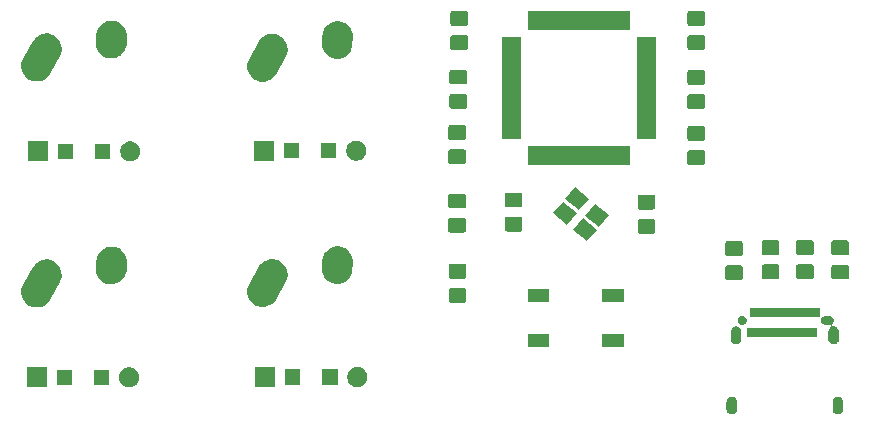
<source format=gts>
G04 #@! TF.GenerationSoftware,KiCad,Pcbnew,5.1.4*
G04 #@! TF.CreationDate,2019-08-23T15:49:18-05:00*
G04 #@! TF.ProjectId,first_keyboard,66697273-745f-46b6-9579-626f6172642e,rev?*
G04 #@! TF.SameCoordinates,Original*
G04 #@! TF.FileFunction,Soldermask,Top*
G04 #@! TF.FilePolarity,Negative*
%FSLAX46Y46*%
G04 Gerber Fmt 4.6, Leading zero omitted, Abs format (unit mm)*
G04 Created by KiCad (PCBNEW 5.1.4) date 2019-08-23 15:49:18*
%MOMM*%
%LPD*%
G04 APERTURE LIST*
%ADD10C,0.100000*%
G04 APERTURE END LIST*
D10*
G36*
X153004659Y-114595525D02*
G01*
X153089675Y-114621314D01*
X153168024Y-114663193D01*
X153236699Y-114719552D01*
X153293057Y-114788225D01*
X153334936Y-114866574D01*
X153360725Y-114951590D01*
X153367250Y-115017842D01*
X153367250Y-115662158D01*
X153360725Y-115728410D01*
X153334936Y-115813426D01*
X153293057Y-115891775D01*
X153236699Y-115960449D01*
X153168025Y-116016807D01*
X153089676Y-116058686D01*
X153004660Y-116084475D01*
X152916250Y-116093182D01*
X152827841Y-116084475D01*
X152742825Y-116058686D01*
X152664476Y-116016807D01*
X152595802Y-115960449D01*
X152539445Y-115891776D01*
X152497563Y-115813423D01*
X152471775Y-115728410D01*
X152465250Y-115662158D01*
X152465250Y-115017843D01*
X152471775Y-114951591D01*
X152497564Y-114866575D01*
X152539443Y-114788226D01*
X152595802Y-114719551D01*
X152664475Y-114663193D01*
X152742824Y-114621314D01*
X152827840Y-114595525D01*
X152916250Y-114586818D01*
X153004659Y-114595525D01*
X153004659Y-114595525D01*
G37*
G36*
X161984659Y-114595525D02*
G01*
X162069675Y-114621314D01*
X162148024Y-114663193D01*
X162216699Y-114719552D01*
X162273057Y-114788225D01*
X162314936Y-114866574D01*
X162340725Y-114951590D01*
X162347250Y-115017842D01*
X162347250Y-115662158D01*
X162340725Y-115728410D01*
X162314936Y-115813426D01*
X162273057Y-115891775D01*
X162216699Y-115960449D01*
X162148025Y-116016807D01*
X162069676Y-116058686D01*
X161984660Y-116084475D01*
X161896250Y-116093182D01*
X161807841Y-116084475D01*
X161722825Y-116058686D01*
X161644476Y-116016807D01*
X161575802Y-115960449D01*
X161519445Y-115891776D01*
X161477563Y-115813423D01*
X161451775Y-115728410D01*
X161445250Y-115662158D01*
X161445250Y-115017843D01*
X161451775Y-114951591D01*
X161477564Y-114866575D01*
X161519443Y-114788226D01*
X161575802Y-114719551D01*
X161644475Y-114663193D01*
X161722824Y-114621314D01*
X161807840Y-114595525D01*
X161896250Y-114586818D01*
X161984659Y-114595525D01*
X161984659Y-114595525D01*
G37*
G36*
X94938500Y-113819750D02*
G01*
X93236500Y-113819750D01*
X93236500Y-112117750D01*
X94938500Y-112117750D01*
X94938500Y-113819750D01*
X94938500Y-113819750D01*
G37*
G36*
X102135728Y-112150453D02*
G01*
X102290600Y-112214603D01*
X102429981Y-112307735D01*
X102548515Y-112426269D01*
X102641647Y-112565650D01*
X102705797Y-112720522D01*
X102738500Y-112884934D01*
X102738500Y-113052566D01*
X102705797Y-113216978D01*
X102641647Y-113371850D01*
X102548515Y-113511231D01*
X102429981Y-113629765D01*
X102290600Y-113722897D01*
X102135728Y-113787047D01*
X101971316Y-113819750D01*
X101803684Y-113819750D01*
X101639272Y-113787047D01*
X101484400Y-113722897D01*
X101345019Y-113629765D01*
X101226485Y-113511231D01*
X101133353Y-113371850D01*
X101069203Y-113216978D01*
X101036500Y-113052566D01*
X101036500Y-112884934D01*
X101069203Y-112720522D01*
X101133353Y-112565650D01*
X101226485Y-112426269D01*
X101345019Y-112307735D01*
X101484400Y-112214603D01*
X101639272Y-112150453D01*
X101803684Y-112117750D01*
X101971316Y-112117750D01*
X102135728Y-112150453D01*
X102135728Y-112150453D01*
G37*
G36*
X114257250Y-113788500D02*
G01*
X112555250Y-113788500D01*
X112555250Y-112086500D01*
X114257250Y-112086500D01*
X114257250Y-113788500D01*
X114257250Y-113788500D01*
G37*
G36*
X121454478Y-112119203D02*
G01*
X121609350Y-112183353D01*
X121748731Y-112276485D01*
X121867265Y-112395019D01*
X121960397Y-112534400D01*
X122024547Y-112689272D01*
X122057250Y-112853684D01*
X122057250Y-113021316D01*
X122024547Y-113185728D01*
X121960397Y-113340600D01*
X121867265Y-113479981D01*
X121748731Y-113598515D01*
X121609350Y-113691647D01*
X121454478Y-113755797D01*
X121290066Y-113788500D01*
X121122434Y-113788500D01*
X120958022Y-113755797D01*
X120803150Y-113691647D01*
X120663769Y-113598515D01*
X120545235Y-113479981D01*
X120452103Y-113340600D01*
X120387953Y-113185728D01*
X120355250Y-113021316D01*
X120355250Y-112853684D01*
X120387953Y-112689272D01*
X120452103Y-112534400D01*
X120545235Y-112395019D01*
X120663769Y-112276485D01*
X120803150Y-112183353D01*
X120958022Y-112119203D01*
X121122434Y-112086500D01*
X121290066Y-112086500D01*
X121454478Y-112119203D01*
X121454478Y-112119203D01*
G37*
G36*
X97063500Y-113619750D02*
G01*
X95761500Y-113619750D01*
X95761500Y-112317750D01*
X97063500Y-112317750D01*
X97063500Y-113619750D01*
X97063500Y-113619750D01*
G37*
G36*
X100213500Y-113619750D02*
G01*
X98911500Y-113619750D01*
X98911500Y-112317750D01*
X100213500Y-112317750D01*
X100213500Y-113619750D01*
X100213500Y-113619750D01*
G37*
G36*
X116382250Y-113588500D02*
G01*
X115080250Y-113588500D01*
X115080250Y-112286500D01*
X116382250Y-112286500D01*
X116382250Y-113588500D01*
X116382250Y-113588500D01*
G37*
G36*
X119532250Y-113588500D02*
G01*
X118230250Y-113588500D01*
X118230250Y-112286500D01*
X119532250Y-112286500D01*
X119532250Y-113588500D01*
X119532250Y-113588500D01*
G37*
G36*
X137451000Y-110401000D02*
G01*
X135649000Y-110401000D01*
X135649000Y-109299000D01*
X137451000Y-109299000D01*
X137451000Y-110401000D01*
X137451000Y-110401000D01*
G37*
G36*
X143751000Y-110401000D02*
G01*
X141949000Y-110401000D01*
X141949000Y-109299000D01*
X143751000Y-109299000D01*
X143751000Y-110401000D01*
X143751000Y-110401000D01*
G37*
G36*
X161229960Y-107769440D02*
G01*
X161300835Y-107790940D01*
X161366154Y-107825854D01*
X161423409Y-107872841D01*
X161470396Y-107930096D01*
X161505310Y-107995415D01*
X161526810Y-108066290D01*
X161534069Y-108140000D01*
X161526810Y-108213710D01*
X161505310Y-108284585D01*
X161470396Y-108349904D01*
X161423409Y-108407158D01*
X161408547Y-108419355D01*
X161391220Y-108436682D01*
X161377606Y-108457056D01*
X161368229Y-108479695D01*
X161363448Y-108503728D01*
X161363448Y-108528232D01*
X161368228Y-108552265D01*
X161377605Y-108574904D01*
X161391219Y-108595279D01*
X161408546Y-108612606D01*
X161428920Y-108626220D01*
X161451559Y-108635597D01*
X161475592Y-108640378D01*
X161500096Y-108640378D01*
X161536249Y-108636818D01*
X161536250Y-108636818D01*
X161544957Y-108637676D01*
X161624659Y-108645525D01*
X161709675Y-108671314D01*
X161788024Y-108713193D01*
X161856699Y-108769552D01*
X161913057Y-108838225D01*
X161954936Y-108916574D01*
X161980725Y-109001590D01*
X161987250Y-109067842D01*
X161987250Y-109712158D01*
X161980725Y-109778410D01*
X161954936Y-109863426D01*
X161913057Y-109941775D01*
X161856699Y-110010449D01*
X161788025Y-110066807D01*
X161709676Y-110108686D01*
X161624660Y-110134475D01*
X161536250Y-110143182D01*
X161447841Y-110134475D01*
X161362825Y-110108686D01*
X161284476Y-110066807D01*
X161215802Y-110010449D01*
X161159445Y-109941776D01*
X161117563Y-109863423D01*
X161091775Y-109778410D01*
X161085250Y-109712158D01*
X161085250Y-109067843D01*
X161091775Y-109001591D01*
X161117564Y-108916575D01*
X161159443Y-108838226D01*
X161215802Y-108769551D01*
X161254704Y-108737625D01*
X161272031Y-108720298D01*
X161285645Y-108699923D01*
X161295022Y-108677285D01*
X161299803Y-108653251D01*
X161299803Y-108628747D01*
X161295023Y-108604714D01*
X161285645Y-108582075D01*
X161272032Y-108561701D01*
X161254705Y-108544374D01*
X161234330Y-108530760D01*
X161211692Y-108521383D01*
X161187658Y-108516602D01*
X161175406Y-108516000D01*
X160837778Y-108516000D01*
X160782540Y-108510560D01*
X160711665Y-108489060D01*
X160646346Y-108454146D01*
X160589091Y-108407159D01*
X160542104Y-108349904D01*
X160507190Y-108284585D01*
X160485690Y-108213710D01*
X160478431Y-108140000D01*
X160485690Y-108066293D01*
X160492973Y-108042284D01*
X160497753Y-108018250D01*
X160497753Y-107993746D01*
X160492972Y-107969713D01*
X160483595Y-107947074D01*
X160472186Y-107930000D01*
X160482249Y-107930991D01*
X160506635Y-107928589D01*
X160530084Y-107921476D01*
X160551695Y-107909925D01*
X160570637Y-107894380D01*
X160578875Y-107885290D01*
X160589091Y-107872841D01*
X160646346Y-107825854D01*
X160711665Y-107790940D01*
X160782540Y-107769440D01*
X160837778Y-107764000D01*
X161174722Y-107764000D01*
X161229960Y-107769440D01*
X161229960Y-107769440D01*
G37*
G36*
X153364659Y-108645525D02*
G01*
X153449675Y-108671314D01*
X153528024Y-108713193D01*
X153596699Y-108769552D01*
X153653057Y-108838225D01*
X153694936Y-108916574D01*
X153720725Y-109001590D01*
X153727250Y-109067842D01*
X153727250Y-109712158D01*
X153720725Y-109778410D01*
X153694936Y-109863426D01*
X153653057Y-109941775D01*
X153596699Y-110010449D01*
X153528025Y-110066807D01*
X153449676Y-110108686D01*
X153364660Y-110134475D01*
X153276250Y-110143182D01*
X153187841Y-110134475D01*
X153102825Y-110108686D01*
X153024476Y-110066807D01*
X152955802Y-110010449D01*
X152899445Y-109941776D01*
X152857563Y-109863423D01*
X152831775Y-109778410D01*
X152825250Y-109712158D01*
X152825250Y-109067843D01*
X152831775Y-109001591D01*
X152857564Y-108916575D01*
X152899443Y-108838226D01*
X152955802Y-108769551D01*
X153024475Y-108713193D01*
X153102824Y-108671314D01*
X153187840Y-108645525D01*
X153276250Y-108636818D01*
X153364659Y-108645525D01*
X153364659Y-108645525D01*
G37*
G36*
X160107250Y-109581000D02*
G01*
X154205250Y-109581000D01*
X154205250Y-108779000D01*
X160107250Y-108779000D01*
X160107250Y-109581000D01*
X160107250Y-109581000D01*
G37*
G36*
X153915922Y-107778449D02*
G01*
X153915924Y-107778450D01*
X153915925Y-107778450D01*
X153984353Y-107806793D01*
X154045936Y-107847942D01*
X154098308Y-107900314D01*
X154139457Y-107961897D01*
X154167800Y-108030325D01*
X154167801Y-108030328D01*
X154182250Y-108102966D01*
X154182250Y-108177034D01*
X154174955Y-108213709D01*
X154167800Y-108249675D01*
X154139457Y-108318103D01*
X154098308Y-108379686D01*
X154045936Y-108432058D01*
X153984353Y-108473207D01*
X153915925Y-108501550D01*
X153915924Y-108501550D01*
X153915922Y-108501551D01*
X153843284Y-108516000D01*
X153769216Y-108516000D01*
X153696578Y-108501551D01*
X153696576Y-108501550D01*
X153696575Y-108501550D01*
X153628147Y-108473207D01*
X153566564Y-108432058D01*
X153514192Y-108379686D01*
X153473043Y-108318103D01*
X153444700Y-108249675D01*
X153437546Y-108213709D01*
X153430250Y-108177034D01*
X153430250Y-108102966D01*
X153444699Y-108030328D01*
X153444700Y-108030325D01*
X153473043Y-107961897D01*
X153514192Y-107900314D01*
X153566564Y-107847942D01*
X153628147Y-107806793D01*
X153696575Y-107778450D01*
X153696576Y-107778450D01*
X153696578Y-107778449D01*
X153769216Y-107764000D01*
X153843284Y-107764000D01*
X153915922Y-107778449D01*
X153915922Y-107778449D01*
G37*
G36*
X160357250Y-107805992D02*
G01*
X160359652Y-107830378D01*
X160366765Y-107853827D01*
X160378316Y-107875438D01*
X160384201Y-107882609D01*
X160373356Y-107881000D01*
X154455250Y-107881000D01*
X154455250Y-107079000D01*
X160357250Y-107079000D01*
X160357250Y-107805992D01*
X160357250Y-107805992D01*
G37*
G36*
X95024575Y-102982536D02*
G01*
X95275086Y-103036583D01*
X95408357Y-103094324D01*
X95510239Y-103138465D01*
X95592531Y-103195394D01*
X95720996Y-103284264D01*
X95720998Y-103284266D01*
X95899262Y-103468380D01*
X96038180Y-103683733D01*
X96132419Y-103922054D01*
X96163194Y-104090983D01*
X96178351Y-104174178D01*
X96174213Y-104430419D01*
X96120166Y-104680930D01*
X96043813Y-104857161D01*
X95170846Y-106428799D01*
X95061579Y-106586747D01*
X95061577Y-106586749D01*
X94877463Y-106765013D01*
X94692953Y-106884035D01*
X94662108Y-106903932D01*
X94639546Y-106912853D01*
X94423789Y-106998170D01*
X94244840Y-107030770D01*
X94171665Y-107044102D01*
X93915425Y-107039964D01*
X93664914Y-106985917D01*
X93531643Y-106928176D01*
X93429761Y-106884035D01*
X93318312Y-106806936D01*
X93219004Y-106738236D01*
X93129476Y-106645770D01*
X93040738Y-106554120D01*
X92901820Y-106338767D01*
X92807581Y-106100446D01*
X92774981Y-105921497D01*
X92761649Y-105848322D01*
X92765787Y-105592082D01*
X92819834Y-105341571D01*
X92896187Y-105165340D01*
X93769154Y-103593701D01*
X93878421Y-103435753D01*
X93906618Y-103408452D01*
X94062537Y-103257487D01*
X94277889Y-103118568D01*
X94516210Y-103024330D01*
X94695159Y-102991730D01*
X94768334Y-102978398D01*
X95024575Y-102982536D01*
X95024575Y-102982536D01*
G37*
G36*
X114155825Y-102951286D02*
G01*
X114406336Y-103005333D01*
X114508688Y-103049678D01*
X114641489Y-103107215D01*
X114752938Y-103184314D01*
X114852246Y-103253014D01*
X114852248Y-103253016D01*
X115030512Y-103437130D01*
X115169430Y-103652483D01*
X115263669Y-103890804D01*
X115296269Y-104069753D01*
X115309601Y-104142928D01*
X115305463Y-104399169D01*
X115251416Y-104649680D01*
X115175063Y-104825911D01*
X114302096Y-106397549D01*
X114192829Y-106555497D01*
X114192827Y-106555499D01*
X114008713Y-106733763D01*
X113824203Y-106852785D01*
X113793358Y-106872682D01*
X113770796Y-106881603D01*
X113555039Y-106966920D01*
X113383513Y-106998168D01*
X113302915Y-107012852D01*
X113046675Y-107008714D01*
X112796164Y-106954667D01*
X112662893Y-106896926D01*
X112561011Y-106852785D01*
X112434133Y-106765012D01*
X112350254Y-106706986D01*
X112280653Y-106635101D01*
X112171988Y-106522870D01*
X112033070Y-106307517D01*
X111938831Y-106069196D01*
X111898593Y-105848323D01*
X111892899Y-105817072D01*
X111897037Y-105560832D01*
X111951084Y-105310321D01*
X112027437Y-105134090D01*
X112900404Y-103562451D01*
X113009671Y-103404503D01*
X113031398Y-103383466D01*
X113193787Y-103226237D01*
X113409139Y-103087318D01*
X113647460Y-102993080D01*
X113826409Y-102960480D01*
X113899584Y-102947148D01*
X114155825Y-102951286D01*
X114155825Y-102951286D01*
G37*
G36*
X130288674Y-105403465D02*
G01*
X130326367Y-105414899D01*
X130361103Y-105433466D01*
X130391548Y-105458452D01*
X130416534Y-105488897D01*
X130435101Y-105523633D01*
X130446535Y-105561326D01*
X130451000Y-105606661D01*
X130451000Y-106443339D01*
X130446535Y-106488674D01*
X130435101Y-106526367D01*
X130416534Y-106561103D01*
X130391548Y-106591548D01*
X130361103Y-106616534D01*
X130326367Y-106635101D01*
X130288674Y-106646535D01*
X130243339Y-106651000D01*
X129156661Y-106651000D01*
X129111326Y-106646535D01*
X129073633Y-106635101D01*
X129038897Y-106616534D01*
X129008452Y-106591548D01*
X128983466Y-106561103D01*
X128964899Y-106526367D01*
X128953465Y-106488674D01*
X128949000Y-106443339D01*
X128949000Y-105606661D01*
X128953465Y-105561326D01*
X128964899Y-105523633D01*
X128983466Y-105488897D01*
X129008452Y-105458452D01*
X129038897Y-105433466D01*
X129073633Y-105414899D01*
X129111326Y-105403465D01*
X129156661Y-105399000D01*
X130243339Y-105399000D01*
X130288674Y-105403465D01*
X130288674Y-105403465D01*
G37*
G36*
X137451000Y-106601000D02*
G01*
X135649000Y-106601000D01*
X135649000Y-105499000D01*
X137451000Y-105499000D01*
X137451000Y-106601000D01*
X137451000Y-106601000D01*
G37*
G36*
X143751000Y-106601000D02*
G01*
X141949000Y-106601000D01*
X141949000Y-105499000D01*
X143751000Y-105499000D01*
X143751000Y-106601000D01*
X143751000Y-106601000D01*
G37*
G36*
X100756379Y-101940063D02*
G01*
X100995991Y-102030963D01*
X101163303Y-102135613D01*
X101213265Y-102166863D01*
X101399852Y-102342538D01*
X101511209Y-102498800D01*
X101548580Y-102551240D01*
X101653735Y-102784947D01*
X101653736Y-102784951D01*
X101711276Y-103034678D01*
X101717058Y-103226644D01*
X101707304Y-103369718D01*
X101668916Y-103932821D01*
X101637135Y-104122233D01*
X101546235Y-104361845D01*
X101418207Y-104566534D01*
X101410335Y-104579119D01*
X101234660Y-104765706D01*
X101078398Y-104877063D01*
X101025958Y-104914434D01*
X100792251Y-105019589D01*
X100792247Y-105019590D01*
X100542521Y-105077130D01*
X100286366Y-105084844D01*
X100286362Y-105084844D01*
X100033621Y-105042437D01*
X99794009Y-104951537D01*
X99576735Y-104815637D01*
X99523703Y-104765706D01*
X99390148Y-104639962D01*
X99259710Y-104456925D01*
X99241420Y-104431260D01*
X99136265Y-104197553D01*
X99123679Y-104142928D01*
X99078724Y-103947822D01*
X99072942Y-103755858D01*
X99121084Y-103049678D01*
X99133044Y-102978398D01*
X99152865Y-102860267D01*
X99243765Y-102620655D01*
X99379665Y-102403381D01*
X99399866Y-102381925D01*
X99555340Y-102216794D01*
X99711602Y-102105437D01*
X99764042Y-102068066D01*
X99997749Y-101962911D01*
X99997753Y-101962910D01*
X100247479Y-101905370D01*
X100503634Y-101897656D01*
X100503638Y-101897656D01*
X100756379Y-101940063D01*
X100756379Y-101940063D01*
G37*
G36*
X119887629Y-101908813D02*
G01*
X120127241Y-101999713D01*
X120344515Y-102135613D01*
X120531102Y-102311288D01*
X120621881Y-102438674D01*
X120679830Y-102519990D01*
X120784985Y-102753697D01*
X120784986Y-102753701D01*
X120842526Y-103003428D01*
X120848308Y-103195394D01*
X120836752Y-103364899D01*
X120800166Y-103901571D01*
X120768385Y-104090983D01*
X120677485Y-104330595D01*
X120566533Y-104507983D01*
X120541585Y-104547869D01*
X120365910Y-104734456D01*
X120209648Y-104845813D01*
X120157208Y-104883184D01*
X119923501Y-104988339D01*
X119923497Y-104988340D01*
X119673771Y-105045880D01*
X119417616Y-105053594D01*
X119417612Y-105053594D01*
X119164871Y-105011187D01*
X118925259Y-104920287D01*
X118707985Y-104784387D01*
X118654953Y-104734456D01*
X118521398Y-104608712D01*
X118395414Y-104431925D01*
X118372670Y-104400010D01*
X118267515Y-104166303D01*
X118250160Y-104090983D01*
X118209974Y-103916572D01*
X118204192Y-103724608D01*
X118252334Y-103018428D01*
X118278872Y-102860267D01*
X118284115Y-102829017D01*
X118375015Y-102589405D01*
X118510915Y-102372131D01*
X118528149Y-102353827D01*
X118686590Y-102185544D01*
X118851441Y-102068066D01*
X118895292Y-102036816D01*
X119128999Y-101931661D01*
X119129003Y-101931660D01*
X119378729Y-101874120D01*
X119634884Y-101866406D01*
X119634888Y-101866406D01*
X119887629Y-101908813D01*
X119887629Y-101908813D01*
G37*
G36*
X153688674Y-103478465D02*
G01*
X153726367Y-103489899D01*
X153761103Y-103508466D01*
X153791548Y-103533452D01*
X153816534Y-103563897D01*
X153835101Y-103598633D01*
X153846535Y-103636326D01*
X153851000Y-103681661D01*
X153851000Y-104518339D01*
X153846535Y-104563674D01*
X153835101Y-104601367D01*
X153816534Y-104636103D01*
X153791548Y-104666548D01*
X153761103Y-104691534D01*
X153726367Y-104710101D01*
X153688674Y-104721535D01*
X153643339Y-104726000D01*
X152556661Y-104726000D01*
X152511326Y-104721535D01*
X152473633Y-104710101D01*
X152438897Y-104691534D01*
X152408452Y-104666548D01*
X152383466Y-104636103D01*
X152364899Y-104601367D01*
X152353465Y-104563674D01*
X152349000Y-104518339D01*
X152349000Y-103681661D01*
X152353465Y-103636326D01*
X152364899Y-103598633D01*
X152383466Y-103563897D01*
X152408452Y-103533452D01*
X152438897Y-103508466D01*
X152473633Y-103489899D01*
X152511326Y-103478465D01*
X152556661Y-103474000D01*
X153643339Y-103474000D01*
X153688674Y-103478465D01*
X153688674Y-103478465D01*
G37*
G36*
X162688674Y-103428465D02*
G01*
X162726367Y-103439899D01*
X162761103Y-103458466D01*
X162791548Y-103483452D01*
X162816534Y-103513897D01*
X162835101Y-103548633D01*
X162846535Y-103586326D01*
X162851000Y-103631661D01*
X162851000Y-104468339D01*
X162846535Y-104513674D01*
X162835101Y-104551367D01*
X162816534Y-104586103D01*
X162791548Y-104616548D01*
X162761103Y-104641534D01*
X162726367Y-104660101D01*
X162688674Y-104671535D01*
X162643339Y-104676000D01*
X161556661Y-104676000D01*
X161511326Y-104671535D01*
X161473633Y-104660101D01*
X161438897Y-104641534D01*
X161408452Y-104616548D01*
X161383466Y-104586103D01*
X161364899Y-104551367D01*
X161353465Y-104513674D01*
X161349000Y-104468339D01*
X161349000Y-103631661D01*
X161353465Y-103586326D01*
X161364899Y-103548633D01*
X161383466Y-103513897D01*
X161408452Y-103483452D01*
X161438897Y-103458466D01*
X161473633Y-103439899D01*
X161511326Y-103428465D01*
X161556661Y-103424000D01*
X162643339Y-103424000D01*
X162688674Y-103428465D01*
X162688674Y-103428465D01*
G37*
G36*
X156788674Y-103403465D02*
G01*
X156826367Y-103414899D01*
X156861103Y-103433466D01*
X156891548Y-103458452D01*
X156916534Y-103488897D01*
X156935101Y-103523633D01*
X156946535Y-103561326D01*
X156951000Y-103606661D01*
X156951000Y-104443339D01*
X156946535Y-104488674D01*
X156935101Y-104526367D01*
X156916534Y-104561103D01*
X156891548Y-104591548D01*
X156861103Y-104616534D01*
X156826367Y-104635101D01*
X156788674Y-104646535D01*
X156743339Y-104651000D01*
X155656661Y-104651000D01*
X155611326Y-104646535D01*
X155573633Y-104635101D01*
X155538897Y-104616534D01*
X155508452Y-104591548D01*
X155483466Y-104561103D01*
X155464899Y-104526367D01*
X155453465Y-104488674D01*
X155449000Y-104443339D01*
X155449000Y-103606661D01*
X155453465Y-103561326D01*
X155464899Y-103523633D01*
X155483466Y-103488897D01*
X155508452Y-103458452D01*
X155538897Y-103433466D01*
X155573633Y-103414899D01*
X155611326Y-103403465D01*
X155656661Y-103399000D01*
X156743339Y-103399000D01*
X156788674Y-103403465D01*
X156788674Y-103403465D01*
G37*
G36*
X159688674Y-103403465D02*
G01*
X159726367Y-103414899D01*
X159761103Y-103433466D01*
X159791548Y-103458452D01*
X159816534Y-103488897D01*
X159835101Y-103523633D01*
X159846535Y-103561326D01*
X159851000Y-103606661D01*
X159851000Y-104443339D01*
X159846535Y-104488674D01*
X159835101Y-104526367D01*
X159816534Y-104561103D01*
X159791548Y-104591548D01*
X159761103Y-104616534D01*
X159726367Y-104635101D01*
X159688674Y-104646535D01*
X159643339Y-104651000D01*
X158556661Y-104651000D01*
X158511326Y-104646535D01*
X158473633Y-104635101D01*
X158438897Y-104616534D01*
X158408452Y-104591548D01*
X158383466Y-104561103D01*
X158364899Y-104526367D01*
X158353465Y-104488674D01*
X158349000Y-104443339D01*
X158349000Y-103606661D01*
X158353465Y-103561326D01*
X158364899Y-103523633D01*
X158383466Y-103488897D01*
X158408452Y-103458452D01*
X158438897Y-103433466D01*
X158473633Y-103414899D01*
X158511326Y-103403465D01*
X158556661Y-103399000D01*
X159643339Y-103399000D01*
X159688674Y-103403465D01*
X159688674Y-103403465D01*
G37*
G36*
X130288674Y-103353465D02*
G01*
X130326367Y-103364899D01*
X130361103Y-103383466D01*
X130391548Y-103408452D01*
X130416534Y-103438897D01*
X130435101Y-103473633D01*
X130446535Y-103511326D01*
X130451000Y-103556661D01*
X130451000Y-104393339D01*
X130446535Y-104438674D01*
X130435101Y-104476367D01*
X130416534Y-104511103D01*
X130391548Y-104541548D01*
X130361103Y-104566534D01*
X130326367Y-104585101D01*
X130288674Y-104596535D01*
X130243339Y-104601000D01*
X129156661Y-104601000D01*
X129111326Y-104596535D01*
X129073633Y-104585101D01*
X129038897Y-104566534D01*
X129008452Y-104541548D01*
X128983466Y-104511103D01*
X128964899Y-104476367D01*
X128953465Y-104438674D01*
X128949000Y-104393339D01*
X128949000Y-103556661D01*
X128953465Y-103511326D01*
X128964899Y-103473633D01*
X128983466Y-103438897D01*
X129008452Y-103408452D01*
X129038897Y-103383466D01*
X129073633Y-103364899D01*
X129111326Y-103353465D01*
X129156661Y-103349000D01*
X130243339Y-103349000D01*
X130288674Y-103353465D01*
X130288674Y-103353465D01*
G37*
G36*
X153688674Y-101428465D02*
G01*
X153726367Y-101439899D01*
X153761103Y-101458466D01*
X153791548Y-101483452D01*
X153816534Y-101513897D01*
X153835101Y-101548633D01*
X153846535Y-101586326D01*
X153851000Y-101631661D01*
X153851000Y-102468339D01*
X153846535Y-102513674D01*
X153835101Y-102551367D01*
X153816534Y-102586103D01*
X153791548Y-102616548D01*
X153761103Y-102641534D01*
X153726367Y-102660101D01*
X153688674Y-102671535D01*
X153643339Y-102676000D01*
X152556661Y-102676000D01*
X152511326Y-102671535D01*
X152473633Y-102660101D01*
X152438897Y-102641534D01*
X152408452Y-102616548D01*
X152383466Y-102586103D01*
X152364899Y-102551367D01*
X152353465Y-102513674D01*
X152349000Y-102468339D01*
X152349000Y-101631661D01*
X152353465Y-101586326D01*
X152364899Y-101548633D01*
X152383466Y-101513897D01*
X152408452Y-101483452D01*
X152438897Y-101458466D01*
X152473633Y-101439899D01*
X152511326Y-101428465D01*
X152556661Y-101424000D01*
X153643339Y-101424000D01*
X153688674Y-101428465D01*
X153688674Y-101428465D01*
G37*
G36*
X162688674Y-101378465D02*
G01*
X162726367Y-101389899D01*
X162761103Y-101408466D01*
X162791548Y-101433452D01*
X162816534Y-101463897D01*
X162835101Y-101498633D01*
X162846535Y-101536326D01*
X162851000Y-101581661D01*
X162851000Y-102418339D01*
X162846535Y-102463674D01*
X162835101Y-102501367D01*
X162816534Y-102536103D01*
X162791548Y-102566548D01*
X162761103Y-102591534D01*
X162726367Y-102610101D01*
X162688674Y-102621535D01*
X162643339Y-102626000D01*
X161556661Y-102626000D01*
X161511326Y-102621535D01*
X161473633Y-102610101D01*
X161438897Y-102591534D01*
X161408452Y-102566548D01*
X161383466Y-102536103D01*
X161364899Y-102501367D01*
X161353465Y-102463674D01*
X161349000Y-102418339D01*
X161349000Y-101581661D01*
X161353465Y-101536326D01*
X161364899Y-101498633D01*
X161383466Y-101463897D01*
X161408452Y-101433452D01*
X161438897Y-101408466D01*
X161473633Y-101389899D01*
X161511326Y-101378465D01*
X161556661Y-101374000D01*
X162643339Y-101374000D01*
X162688674Y-101378465D01*
X162688674Y-101378465D01*
G37*
G36*
X156788674Y-101353465D02*
G01*
X156826367Y-101364899D01*
X156861103Y-101383466D01*
X156891548Y-101408452D01*
X156916534Y-101438897D01*
X156935101Y-101473633D01*
X156946535Y-101511326D01*
X156951000Y-101556661D01*
X156951000Y-102393339D01*
X156946535Y-102438674D01*
X156935101Y-102476367D01*
X156916534Y-102511103D01*
X156891548Y-102541548D01*
X156861103Y-102566534D01*
X156826367Y-102585101D01*
X156788674Y-102596535D01*
X156743339Y-102601000D01*
X155656661Y-102601000D01*
X155611326Y-102596535D01*
X155573633Y-102585101D01*
X155538897Y-102566534D01*
X155508452Y-102541548D01*
X155483466Y-102511103D01*
X155464899Y-102476367D01*
X155453465Y-102438674D01*
X155449000Y-102393339D01*
X155449000Y-101556661D01*
X155453465Y-101511326D01*
X155464899Y-101473633D01*
X155483466Y-101438897D01*
X155508452Y-101408452D01*
X155538897Y-101383466D01*
X155573633Y-101364899D01*
X155611326Y-101353465D01*
X155656661Y-101349000D01*
X156743339Y-101349000D01*
X156788674Y-101353465D01*
X156788674Y-101353465D01*
G37*
G36*
X159688674Y-101353465D02*
G01*
X159726367Y-101364899D01*
X159761103Y-101383466D01*
X159791548Y-101408452D01*
X159816534Y-101438897D01*
X159835101Y-101473633D01*
X159846535Y-101511326D01*
X159851000Y-101556661D01*
X159851000Y-102393339D01*
X159846535Y-102438674D01*
X159835101Y-102476367D01*
X159816534Y-102511103D01*
X159791548Y-102541548D01*
X159761103Y-102566534D01*
X159726367Y-102585101D01*
X159688674Y-102596535D01*
X159643339Y-102601000D01*
X158556661Y-102601000D01*
X158511326Y-102596535D01*
X158473633Y-102585101D01*
X158438897Y-102566534D01*
X158408452Y-102541548D01*
X158383466Y-102511103D01*
X158364899Y-102476367D01*
X158353465Y-102438674D01*
X158349000Y-102393339D01*
X158349000Y-101556661D01*
X158353465Y-101511326D01*
X158364899Y-101473633D01*
X158383466Y-101438897D01*
X158408452Y-101408452D01*
X158438897Y-101383466D01*
X158473633Y-101364899D01*
X158511326Y-101353465D01*
X158556661Y-101349000D01*
X159643339Y-101349000D01*
X159688674Y-101353465D01*
X159688674Y-101353465D01*
G37*
G36*
X141478423Y-100465191D02*
G01*
X140641514Y-101462580D01*
X139490915Y-100497113D01*
X140327824Y-99499724D01*
X141478423Y-100465191D01*
X141478423Y-100465191D01*
G37*
G36*
X146276174Y-99558465D02*
G01*
X146313867Y-99569899D01*
X146348603Y-99588466D01*
X146379048Y-99613452D01*
X146404034Y-99643897D01*
X146422601Y-99678633D01*
X146434035Y-99716326D01*
X146438500Y-99761661D01*
X146438500Y-100598339D01*
X146434035Y-100643674D01*
X146422601Y-100681367D01*
X146404034Y-100716103D01*
X146379048Y-100746548D01*
X146348603Y-100771534D01*
X146313867Y-100790101D01*
X146276174Y-100801535D01*
X146230839Y-100806000D01*
X145144161Y-100806000D01*
X145098826Y-100801535D01*
X145061133Y-100790101D01*
X145026397Y-100771534D01*
X144995952Y-100746548D01*
X144970966Y-100716103D01*
X144952399Y-100681367D01*
X144940965Y-100643674D01*
X144936500Y-100598339D01*
X144936500Y-99761661D01*
X144940965Y-99716326D01*
X144952399Y-99678633D01*
X144970966Y-99643897D01*
X144995952Y-99613452D01*
X145026397Y-99588466D01*
X145061133Y-99569899D01*
X145098826Y-99558465D01*
X145144161Y-99554000D01*
X146230839Y-99554000D01*
X146276174Y-99558465D01*
X146276174Y-99558465D01*
G37*
G36*
X130244924Y-99464715D02*
G01*
X130282617Y-99476149D01*
X130317353Y-99494716D01*
X130347798Y-99519702D01*
X130372784Y-99550147D01*
X130391351Y-99584883D01*
X130402785Y-99622576D01*
X130407250Y-99667911D01*
X130407250Y-100504589D01*
X130402785Y-100549924D01*
X130391351Y-100587617D01*
X130372784Y-100622353D01*
X130347798Y-100652798D01*
X130317353Y-100677784D01*
X130282617Y-100696351D01*
X130244924Y-100707785D01*
X130199589Y-100712250D01*
X129112911Y-100712250D01*
X129067576Y-100707785D01*
X129029883Y-100696351D01*
X128995147Y-100677784D01*
X128964702Y-100652798D01*
X128939716Y-100622353D01*
X128921149Y-100587617D01*
X128909715Y-100549924D01*
X128905250Y-100504589D01*
X128905250Y-99667911D01*
X128909715Y-99622576D01*
X128921149Y-99584883D01*
X128939716Y-99550147D01*
X128964702Y-99519702D01*
X128995147Y-99494716D01*
X129029883Y-99476149D01*
X129067576Y-99464715D01*
X129112911Y-99460250D01*
X130199589Y-99460250D01*
X130244924Y-99464715D01*
X130244924Y-99464715D01*
G37*
G36*
X135026174Y-99370965D02*
G01*
X135063867Y-99382399D01*
X135098603Y-99400966D01*
X135129048Y-99425952D01*
X135154034Y-99456397D01*
X135172601Y-99491133D01*
X135184035Y-99528826D01*
X135188500Y-99574161D01*
X135188500Y-100410839D01*
X135184035Y-100456174D01*
X135172601Y-100493867D01*
X135154034Y-100528603D01*
X135129048Y-100559048D01*
X135098603Y-100584034D01*
X135063867Y-100602601D01*
X135026174Y-100614035D01*
X134980839Y-100618500D01*
X133894161Y-100618500D01*
X133848826Y-100614035D01*
X133811133Y-100602601D01*
X133776397Y-100584034D01*
X133745952Y-100559048D01*
X133720966Y-100528603D01*
X133702399Y-100493867D01*
X133690965Y-100456174D01*
X133686500Y-100410839D01*
X133686500Y-99574161D01*
X133690965Y-99528826D01*
X133702399Y-99491133D01*
X133720966Y-99456397D01*
X133745952Y-99425952D01*
X133776397Y-99400966D01*
X133811133Y-99382399D01*
X133848826Y-99370965D01*
X133894161Y-99366500D01*
X134980839Y-99366500D01*
X135026174Y-99370965D01*
X135026174Y-99370965D01*
G37*
G36*
X142506883Y-99239520D02*
G01*
X141669974Y-100236909D01*
X140519375Y-99271442D01*
X141356284Y-98274053D01*
X142506883Y-99239520D01*
X142506883Y-99239520D01*
G37*
G36*
X139793125Y-99051058D02*
G01*
X138956216Y-100048447D01*
X137805617Y-99082980D01*
X138642526Y-98085591D01*
X139793125Y-99051058D01*
X139793125Y-99051058D01*
G37*
G36*
X140821585Y-97825387D02*
G01*
X139984676Y-98822776D01*
X138834077Y-97857309D01*
X139670986Y-96859920D01*
X140821585Y-97825387D01*
X140821585Y-97825387D01*
G37*
G36*
X146276174Y-97508465D02*
G01*
X146313867Y-97519899D01*
X146348603Y-97538466D01*
X146379048Y-97563452D01*
X146404034Y-97593897D01*
X146422601Y-97628633D01*
X146434035Y-97666326D01*
X146438500Y-97711661D01*
X146438500Y-98548339D01*
X146434035Y-98593674D01*
X146422601Y-98631367D01*
X146404034Y-98666103D01*
X146379048Y-98696548D01*
X146348603Y-98721534D01*
X146313867Y-98740101D01*
X146276174Y-98751535D01*
X146230839Y-98756000D01*
X145144161Y-98756000D01*
X145098826Y-98751535D01*
X145061133Y-98740101D01*
X145026397Y-98721534D01*
X144995952Y-98696548D01*
X144970966Y-98666103D01*
X144952399Y-98631367D01*
X144940965Y-98593674D01*
X144936500Y-98548339D01*
X144936500Y-97711661D01*
X144940965Y-97666326D01*
X144952399Y-97628633D01*
X144970966Y-97593897D01*
X144995952Y-97563452D01*
X145026397Y-97538466D01*
X145061133Y-97519899D01*
X145098826Y-97508465D01*
X145144161Y-97504000D01*
X146230839Y-97504000D01*
X146276174Y-97508465D01*
X146276174Y-97508465D01*
G37*
G36*
X130244924Y-97414715D02*
G01*
X130282617Y-97426149D01*
X130317353Y-97444716D01*
X130347798Y-97469702D01*
X130372784Y-97500147D01*
X130391351Y-97534883D01*
X130402785Y-97572576D01*
X130407250Y-97617911D01*
X130407250Y-98454589D01*
X130402785Y-98499924D01*
X130391351Y-98537617D01*
X130372784Y-98572353D01*
X130347798Y-98602798D01*
X130317353Y-98627784D01*
X130282617Y-98646351D01*
X130244924Y-98657785D01*
X130199589Y-98662250D01*
X129112911Y-98662250D01*
X129067576Y-98657785D01*
X129029883Y-98646351D01*
X128995147Y-98627784D01*
X128964702Y-98602798D01*
X128939716Y-98572353D01*
X128921149Y-98537617D01*
X128909715Y-98499924D01*
X128905250Y-98454589D01*
X128905250Y-97617911D01*
X128909715Y-97572576D01*
X128921149Y-97534883D01*
X128939716Y-97500147D01*
X128964702Y-97469702D01*
X128995147Y-97444716D01*
X129029883Y-97426149D01*
X129067576Y-97414715D01*
X129112911Y-97410250D01*
X130199589Y-97410250D01*
X130244924Y-97414715D01*
X130244924Y-97414715D01*
G37*
G36*
X135026174Y-97320965D02*
G01*
X135063867Y-97332399D01*
X135098603Y-97350966D01*
X135129048Y-97375952D01*
X135154034Y-97406397D01*
X135172601Y-97441133D01*
X135184035Y-97478826D01*
X135188500Y-97524161D01*
X135188500Y-98360839D01*
X135184035Y-98406174D01*
X135172601Y-98443867D01*
X135154034Y-98478603D01*
X135129048Y-98509048D01*
X135098603Y-98534034D01*
X135063867Y-98552601D01*
X135026174Y-98564035D01*
X134980839Y-98568500D01*
X133894161Y-98568500D01*
X133848826Y-98564035D01*
X133811133Y-98552601D01*
X133776397Y-98534034D01*
X133745952Y-98509048D01*
X133720966Y-98478603D01*
X133702399Y-98443867D01*
X133690965Y-98406174D01*
X133686500Y-98360839D01*
X133686500Y-97524161D01*
X133690965Y-97478826D01*
X133702399Y-97441133D01*
X133720966Y-97406397D01*
X133745952Y-97375952D01*
X133776397Y-97350966D01*
X133811133Y-97332399D01*
X133848826Y-97320965D01*
X133894161Y-97316500D01*
X134980839Y-97316500D01*
X135026174Y-97320965D01*
X135026174Y-97320965D01*
G37*
G36*
X150494924Y-93745965D02*
G01*
X150532617Y-93757399D01*
X150567353Y-93775966D01*
X150597798Y-93800952D01*
X150622784Y-93831397D01*
X150641351Y-93866133D01*
X150652785Y-93903826D01*
X150657250Y-93949161D01*
X150657250Y-94785839D01*
X150652785Y-94831174D01*
X150641351Y-94868867D01*
X150622784Y-94903603D01*
X150597798Y-94934048D01*
X150567353Y-94959034D01*
X150532617Y-94977601D01*
X150494924Y-94989035D01*
X150449589Y-94993500D01*
X149362911Y-94993500D01*
X149317576Y-94989035D01*
X149279883Y-94977601D01*
X149245147Y-94959034D01*
X149214702Y-94934048D01*
X149189716Y-94903603D01*
X149171149Y-94868867D01*
X149159715Y-94831174D01*
X149155250Y-94785839D01*
X149155250Y-93949161D01*
X149159715Y-93903826D01*
X149171149Y-93866133D01*
X149189716Y-93831397D01*
X149214702Y-93800952D01*
X149245147Y-93775966D01*
X149279883Y-93757399D01*
X149317576Y-93745965D01*
X149362911Y-93741500D01*
X150449589Y-93741500D01*
X150494924Y-93745965D01*
X150494924Y-93745965D01*
G37*
G36*
X144294750Y-94974750D02*
G01*
X135642750Y-94974750D01*
X135642750Y-93372750D01*
X144294750Y-93372750D01*
X144294750Y-94974750D01*
X144294750Y-94974750D01*
G37*
G36*
X130244924Y-93658465D02*
G01*
X130282617Y-93669899D01*
X130317353Y-93688466D01*
X130347798Y-93713452D01*
X130372784Y-93743897D01*
X130391351Y-93778633D01*
X130402785Y-93816326D01*
X130407250Y-93861661D01*
X130407250Y-94698339D01*
X130402785Y-94743674D01*
X130391351Y-94781367D01*
X130372784Y-94816103D01*
X130347798Y-94846548D01*
X130317353Y-94871534D01*
X130282617Y-94890101D01*
X130244924Y-94901535D01*
X130199589Y-94906000D01*
X129112911Y-94906000D01*
X129067576Y-94901535D01*
X129029883Y-94890101D01*
X128995147Y-94871534D01*
X128964702Y-94846548D01*
X128939716Y-94816103D01*
X128921149Y-94781367D01*
X128909715Y-94743674D01*
X128905250Y-94698339D01*
X128905250Y-93861661D01*
X128909715Y-93816326D01*
X128921149Y-93778633D01*
X128939716Y-93743897D01*
X128964702Y-93713452D01*
X128995147Y-93688466D01*
X129029883Y-93669899D01*
X129067576Y-93658465D01*
X129112911Y-93654000D01*
X130199589Y-93654000D01*
X130244924Y-93658465D01*
X130244924Y-93658465D01*
G37*
G36*
X102229478Y-93019203D02*
G01*
X102384350Y-93083353D01*
X102523731Y-93176485D01*
X102642265Y-93295019D01*
X102735397Y-93434400D01*
X102799547Y-93589272D01*
X102832250Y-93753684D01*
X102832250Y-93921316D01*
X102799547Y-94085728D01*
X102735397Y-94240600D01*
X102642265Y-94379981D01*
X102523731Y-94498515D01*
X102384350Y-94591647D01*
X102229478Y-94655797D01*
X102065066Y-94688500D01*
X101897434Y-94688500D01*
X101733022Y-94655797D01*
X101578150Y-94591647D01*
X101438769Y-94498515D01*
X101320235Y-94379981D01*
X101227103Y-94240600D01*
X101162953Y-94085728D01*
X101130250Y-93921316D01*
X101130250Y-93753684D01*
X101162953Y-93589272D01*
X101227103Y-93434400D01*
X101320235Y-93295019D01*
X101438769Y-93176485D01*
X101578150Y-93083353D01*
X101733022Y-93019203D01*
X101897434Y-92986500D01*
X102065066Y-92986500D01*
X102229478Y-93019203D01*
X102229478Y-93019203D01*
G37*
G36*
X95032250Y-94688500D02*
G01*
X93330250Y-94688500D01*
X93330250Y-92986500D01*
X95032250Y-92986500D01*
X95032250Y-94688500D01*
X95032250Y-94688500D01*
G37*
G36*
X121360728Y-92956703D02*
G01*
X121515600Y-93020853D01*
X121654981Y-93113985D01*
X121773515Y-93232519D01*
X121866647Y-93371900D01*
X121930797Y-93526772D01*
X121963500Y-93691184D01*
X121963500Y-93858816D01*
X121930797Y-94023228D01*
X121866647Y-94178100D01*
X121773515Y-94317481D01*
X121654981Y-94436015D01*
X121515600Y-94529147D01*
X121360728Y-94593297D01*
X121196316Y-94626000D01*
X121028684Y-94626000D01*
X120864272Y-94593297D01*
X120709400Y-94529147D01*
X120570019Y-94436015D01*
X120451485Y-94317481D01*
X120358353Y-94178100D01*
X120294203Y-94023228D01*
X120261500Y-93858816D01*
X120261500Y-93691184D01*
X120294203Y-93526772D01*
X120358353Y-93371900D01*
X120451485Y-93232519D01*
X120570019Y-93113985D01*
X120709400Y-93020853D01*
X120864272Y-92956703D01*
X121028684Y-92924000D01*
X121196316Y-92924000D01*
X121360728Y-92956703D01*
X121360728Y-92956703D01*
G37*
G36*
X114163500Y-94626000D02*
G01*
X112461500Y-94626000D01*
X112461500Y-92924000D01*
X114163500Y-92924000D01*
X114163500Y-94626000D01*
X114163500Y-94626000D01*
G37*
G36*
X100307250Y-94488500D02*
G01*
X99005250Y-94488500D01*
X99005250Y-93186500D01*
X100307250Y-93186500D01*
X100307250Y-94488500D01*
X100307250Y-94488500D01*
G37*
G36*
X97157250Y-94488500D02*
G01*
X95855250Y-94488500D01*
X95855250Y-93186500D01*
X97157250Y-93186500D01*
X97157250Y-94488500D01*
X97157250Y-94488500D01*
G37*
G36*
X116288500Y-94426000D02*
G01*
X114986500Y-94426000D01*
X114986500Y-93124000D01*
X116288500Y-93124000D01*
X116288500Y-94426000D01*
X116288500Y-94426000D01*
G37*
G36*
X119438500Y-94426000D02*
G01*
X118136500Y-94426000D01*
X118136500Y-93124000D01*
X119438500Y-93124000D01*
X119438500Y-94426000D01*
X119438500Y-94426000D01*
G37*
G36*
X150494924Y-91695965D02*
G01*
X150532617Y-91707399D01*
X150567353Y-91725966D01*
X150597798Y-91750952D01*
X150622784Y-91781397D01*
X150641351Y-91816133D01*
X150652785Y-91853826D01*
X150657250Y-91899161D01*
X150657250Y-92735839D01*
X150652785Y-92781174D01*
X150641351Y-92818867D01*
X150622784Y-92853603D01*
X150597798Y-92884048D01*
X150567353Y-92909034D01*
X150532617Y-92927601D01*
X150494924Y-92939035D01*
X150449589Y-92943500D01*
X149362911Y-92943500D01*
X149317576Y-92939035D01*
X149279883Y-92927601D01*
X149245147Y-92909034D01*
X149214702Y-92884048D01*
X149189716Y-92853603D01*
X149171149Y-92818867D01*
X149159715Y-92781174D01*
X149155250Y-92735839D01*
X149155250Y-91899161D01*
X149159715Y-91853826D01*
X149171149Y-91816133D01*
X149189716Y-91781397D01*
X149214702Y-91750952D01*
X149245147Y-91725966D01*
X149279883Y-91707399D01*
X149317576Y-91695965D01*
X149362911Y-91691500D01*
X150449589Y-91691500D01*
X150494924Y-91695965D01*
X150494924Y-91695965D01*
G37*
G36*
X130244924Y-91608465D02*
G01*
X130282617Y-91619899D01*
X130317353Y-91638466D01*
X130347798Y-91663452D01*
X130372784Y-91693897D01*
X130391351Y-91728633D01*
X130402785Y-91766326D01*
X130407250Y-91811661D01*
X130407250Y-92648339D01*
X130402785Y-92693674D01*
X130391351Y-92731367D01*
X130372784Y-92766103D01*
X130347798Y-92796548D01*
X130317353Y-92821534D01*
X130282617Y-92840101D01*
X130244924Y-92851535D01*
X130199589Y-92856000D01*
X129112911Y-92856000D01*
X129067576Y-92851535D01*
X129029883Y-92840101D01*
X128995147Y-92821534D01*
X128964702Y-92796548D01*
X128939716Y-92766103D01*
X128921149Y-92731367D01*
X128909715Y-92693674D01*
X128905250Y-92648339D01*
X128905250Y-91811661D01*
X128909715Y-91766326D01*
X128921149Y-91728633D01*
X128939716Y-91693897D01*
X128964702Y-91663452D01*
X128995147Y-91638466D01*
X129029883Y-91619899D01*
X129067576Y-91608465D01*
X129112911Y-91604000D01*
X130199589Y-91604000D01*
X130244924Y-91608465D01*
X130244924Y-91608465D01*
G37*
G36*
X135069750Y-92799750D02*
G01*
X133467750Y-92799750D01*
X133467750Y-84147750D01*
X135069750Y-84147750D01*
X135069750Y-92799750D01*
X135069750Y-92799750D01*
G37*
G36*
X146469750Y-92799750D02*
G01*
X144867750Y-92799750D01*
X144867750Y-84147750D01*
X146469750Y-84147750D01*
X146469750Y-92799750D01*
X146469750Y-92799750D01*
G37*
G36*
X150488674Y-89003465D02*
G01*
X150526367Y-89014899D01*
X150561103Y-89033466D01*
X150591548Y-89058452D01*
X150616534Y-89088897D01*
X150635101Y-89123633D01*
X150646535Y-89161326D01*
X150651000Y-89206661D01*
X150651000Y-90043339D01*
X150646535Y-90088674D01*
X150635101Y-90126367D01*
X150616534Y-90161103D01*
X150591548Y-90191548D01*
X150561103Y-90216534D01*
X150526367Y-90235101D01*
X150488674Y-90246535D01*
X150443339Y-90251000D01*
X149356661Y-90251000D01*
X149311326Y-90246535D01*
X149273633Y-90235101D01*
X149238897Y-90216534D01*
X149208452Y-90191548D01*
X149183466Y-90161103D01*
X149164899Y-90126367D01*
X149153465Y-90088674D01*
X149149000Y-90043339D01*
X149149000Y-89206661D01*
X149153465Y-89161326D01*
X149164899Y-89123633D01*
X149183466Y-89088897D01*
X149208452Y-89058452D01*
X149238897Y-89033466D01*
X149273633Y-89014899D01*
X149311326Y-89003465D01*
X149356661Y-88999000D01*
X150443339Y-88999000D01*
X150488674Y-89003465D01*
X150488674Y-89003465D01*
G37*
G36*
X130338674Y-88964715D02*
G01*
X130376367Y-88976149D01*
X130411103Y-88994716D01*
X130441548Y-89019702D01*
X130466534Y-89050147D01*
X130485101Y-89084883D01*
X130496535Y-89122576D01*
X130501000Y-89167911D01*
X130501000Y-90004589D01*
X130496535Y-90049924D01*
X130485101Y-90087617D01*
X130466534Y-90122353D01*
X130441548Y-90152798D01*
X130411103Y-90177784D01*
X130376367Y-90196351D01*
X130338674Y-90207785D01*
X130293339Y-90212250D01*
X129206661Y-90212250D01*
X129161326Y-90207785D01*
X129123633Y-90196351D01*
X129088897Y-90177784D01*
X129058452Y-90152798D01*
X129033466Y-90122353D01*
X129014899Y-90087617D01*
X129003465Y-90049924D01*
X128999000Y-90004589D01*
X128999000Y-89167911D01*
X129003465Y-89122576D01*
X129014899Y-89084883D01*
X129033466Y-89050147D01*
X129058452Y-89019702D01*
X129088897Y-88994716D01*
X129123633Y-88976149D01*
X129161326Y-88964715D01*
X129206661Y-88960250D01*
X130293339Y-88960250D01*
X130338674Y-88964715D01*
X130338674Y-88964715D01*
G37*
G36*
X150488674Y-86953465D02*
G01*
X150526367Y-86964899D01*
X150561103Y-86983466D01*
X150591548Y-87008452D01*
X150616534Y-87038897D01*
X150635101Y-87073633D01*
X150646535Y-87111326D01*
X150651000Y-87156661D01*
X150651000Y-87993339D01*
X150646535Y-88038674D01*
X150635101Y-88076367D01*
X150616534Y-88111103D01*
X150591548Y-88141548D01*
X150561103Y-88166534D01*
X150526367Y-88185101D01*
X150488674Y-88196535D01*
X150443339Y-88201000D01*
X149356661Y-88201000D01*
X149311326Y-88196535D01*
X149273633Y-88185101D01*
X149238897Y-88166534D01*
X149208452Y-88141548D01*
X149183466Y-88111103D01*
X149164899Y-88076367D01*
X149153465Y-88038674D01*
X149149000Y-87993339D01*
X149149000Y-87156661D01*
X149153465Y-87111326D01*
X149164899Y-87073633D01*
X149183466Y-87038897D01*
X149208452Y-87008452D01*
X149238897Y-86983466D01*
X149273633Y-86964899D01*
X149311326Y-86953465D01*
X149356661Y-86949000D01*
X150443339Y-86949000D01*
X150488674Y-86953465D01*
X150488674Y-86953465D01*
G37*
G36*
X130338674Y-86914715D02*
G01*
X130376367Y-86926149D01*
X130411103Y-86944716D01*
X130441548Y-86969702D01*
X130466534Y-87000147D01*
X130485101Y-87034883D01*
X130496535Y-87072576D01*
X130501000Y-87117911D01*
X130501000Y-87954589D01*
X130496535Y-87999924D01*
X130485101Y-88037617D01*
X130466534Y-88072353D01*
X130441548Y-88102798D01*
X130411103Y-88127784D01*
X130376367Y-88146351D01*
X130338674Y-88157785D01*
X130293339Y-88162250D01*
X129206661Y-88162250D01*
X129161326Y-88157785D01*
X129123633Y-88146351D01*
X129088897Y-88127784D01*
X129058452Y-88102798D01*
X129033466Y-88072353D01*
X129014899Y-88037617D01*
X129003465Y-87999924D01*
X128999000Y-87954589D01*
X128999000Y-87117911D01*
X129003465Y-87072576D01*
X129014899Y-87034883D01*
X129033466Y-87000147D01*
X129058452Y-86969702D01*
X129088897Y-86944716D01*
X129123633Y-86926149D01*
X129161326Y-86914715D01*
X129206661Y-86910250D01*
X130293339Y-86910250D01*
X130338674Y-86914715D01*
X130338674Y-86914715D01*
G37*
G36*
X114155825Y-83882536D02*
G01*
X114406336Y-83936583D01*
X114533089Y-83991500D01*
X114641489Y-84038465D01*
X114752938Y-84115564D01*
X114852246Y-84184264D01*
X114852248Y-84184266D01*
X115030512Y-84368380D01*
X115169430Y-84583733D01*
X115263669Y-84822054D01*
X115294444Y-84990983D01*
X115309601Y-85074178D01*
X115305463Y-85330419D01*
X115251416Y-85580930D01*
X115175063Y-85757161D01*
X114302096Y-87328799D01*
X114192829Y-87486747D01*
X114192827Y-87486749D01*
X114008713Y-87665013D01*
X113824203Y-87784035D01*
X113793358Y-87803932D01*
X113770796Y-87812853D01*
X113555039Y-87898170D01*
X113376090Y-87930770D01*
X113302915Y-87944102D01*
X113046675Y-87939964D01*
X112796164Y-87885917D01*
X112662893Y-87828176D01*
X112561011Y-87784035D01*
X112449562Y-87706936D01*
X112350254Y-87638236D01*
X112319995Y-87606984D01*
X112171988Y-87454120D01*
X112033070Y-87238767D01*
X111938831Y-87000446D01*
X111906231Y-86821497D01*
X111892899Y-86748322D01*
X111897037Y-86492082D01*
X111951084Y-86241571D01*
X112027437Y-86065340D01*
X112900404Y-84493701D01*
X113009671Y-84335753D01*
X113009673Y-84335751D01*
X113193787Y-84157487D01*
X113409139Y-84018568D01*
X113647460Y-83924330D01*
X113826409Y-83891730D01*
X113899584Y-83878398D01*
X114155825Y-83882536D01*
X114155825Y-83882536D01*
G37*
G36*
X95024575Y-83851286D02*
G01*
X95275086Y-83905333D01*
X95377438Y-83949678D01*
X95510239Y-84007215D01*
X95582496Y-84057202D01*
X95720996Y-84153014D01*
X95720998Y-84153016D01*
X95899262Y-84337130D01*
X96038180Y-84552483D01*
X96132419Y-84790804D01*
X96161011Y-84947750D01*
X96178351Y-85042928D01*
X96174213Y-85299169D01*
X96120166Y-85549680D01*
X96043813Y-85725911D01*
X95170846Y-87297549D01*
X95061579Y-87455497D01*
X95061577Y-87455499D01*
X94877463Y-87633763D01*
X94692953Y-87752785D01*
X94662108Y-87772682D01*
X94639546Y-87781603D01*
X94423789Y-87866920D01*
X94252263Y-87898168D01*
X94171665Y-87912852D01*
X93915425Y-87908714D01*
X93664914Y-87854667D01*
X93531643Y-87796926D01*
X93429761Y-87752785D01*
X93302883Y-87665012D01*
X93219004Y-87606986D01*
X93219002Y-87606984D01*
X93040738Y-87422870D01*
X92901820Y-87207517D01*
X92807581Y-86969196D01*
X92767343Y-86748323D01*
X92761649Y-86717072D01*
X92765787Y-86460832D01*
X92819834Y-86210321D01*
X92896187Y-86034090D01*
X93769154Y-84462451D01*
X93878421Y-84304503D01*
X93920591Y-84263673D01*
X94062537Y-84126237D01*
X94277889Y-83987318D01*
X94516210Y-83893080D01*
X94695159Y-83860480D01*
X94768334Y-83847148D01*
X95024575Y-83851286D01*
X95024575Y-83851286D01*
G37*
G36*
X119887629Y-82840063D02*
G01*
X120127241Y-82930963D01*
X120344515Y-83066863D01*
X120531102Y-83242538D01*
X120642459Y-83398800D01*
X120679830Y-83451240D01*
X120784985Y-83684947D01*
X120784986Y-83684951D01*
X120842526Y-83934678D01*
X120848308Y-84126644D01*
X120843364Y-84199161D01*
X120800166Y-84832821D01*
X120768385Y-85022233D01*
X120677485Y-85261845D01*
X120634067Y-85331260D01*
X120541585Y-85479119D01*
X120365910Y-85665706D01*
X120209648Y-85777063D01*
X120157208Y-85814434D01*
X119923501Y-85919589D01*
X119923497Y-85919590D01*
X119673771Y-85977130D01*
X119417616Y-85984844D01*
X119417612Y-85984844D01*
X119164871Y-85942437D01*
X118925259Y-85851537D01*
X118707985Y-85715637D01*
X118654953Y-85665706D01*
X118521398Y-85539962D01*
X118410041Y-85383700D01*
X118372670Y-85331260D01*
X118267515Y-85097553D01*
X118254929Y-85042928D01*
X118209974Y-84847822D01*
X118204192Y-84655858D01*
X118252334Y-83949678D01*
X118264294Y-83878398D01*
X118284115Y-83760267D01*
X118375015Y-83520655D01*
X118510915Y-83303381D01*
X118686590Y-83116794D01*
X118861582Y-82992089D01*
X118895292Y-82968066D01*
X119128999Y-82862911D01*
X119129003Y-82862910D01*
X119378729Y-82805370D01*
X119634884Y-82797656D01*
X119634888Y-82797656D01*
X119887629Y-82840063D01*
X119887629Y-82840063D01*
G37*
G36*
X100756379Y-82808813D02*
G01*
X100995991Y-82899713D01*
X101115439Y-82974425D01*
X101213265Y-83035613D01*
X101399852Y-83211288D01*
X101465480Y-83303381D01*
X101548580Y-83419990D01*
X101653735Y-83653697D01*
X101653736Y-83653701D01*
X101711276Y-83903428D01*
X101717058Y-84095394D01*
X101705586Y-84263673D01*
X101668916Y-84801571D01*
X101637135Y-84990983D01*
X101546235Y-85230595D01*
X101502817Y-85300010D01*
X101410335Y-85447869D01*
X101234660Y-85634456D01*
X101078398Y-85745813D01*
X101025958Y-85783184D01*
X100792251Y-85888339D01*
X100792247Y-85888340D01*
X100542521Y-85945880D01*
X100286366Y-85953594D01*
X100286362Y-85953594D01*
X100033621Y-85911187D01*
X99794009Y-85820287D01*
X99576735Y-85684387D01*
X99523703Y-85634456D01*
X99390148Y-85508712D01*
X99278791Y-85352450D01*
X99241420Y-85300010D01*
X99136265Y-85066303D01*
X99118910Y-84990983D01*
X99078724Y-84816572D01*
X99072942Y-84624608D01*
X99121084Y-83918428D01*
X99147622Y-83760267D01*
X99152865Y-83729017D01*
X99243765Y-83489405D01*
X99379665Y-83272131D01*
X99555340Y-83085544D01*
X99720191Y-82968066D01*
X99764042Y-82936816D01*
X99997749Y-82831661D01*
X99997753Y-82831660D01*
X100247479Y-82774120D01*
X100503634Y-82766406D01*
X100503638Y-82766406D01*
X100756379Y-82808813D01*
X100756379Y-82808813D01*
G37*
G36*
X130432424Y-84002215D02*
G01*
X130470117Y-84013649D01*
X130504853Y-84032216D01*
X130535298Y-84057202D01*
X130560284Y-84087647D01*
X130578851Y-84122383D01*
X130590285Y-84160076D01*
X130594750Y-84205411D01*
X130594750Y-85042089D01*
X130590285Y-85087424D01*
X130578851Y-85125117D01*
X130560284Y-85159853D01*
X130535298Y-85190298D01*
X130504853Y-85215284D01*
X130470117Y-85233851D01*
X130432424Y-85245285D01*
X130387089Y-85249750D01*
X129300411Y-85249750D01*
X129255076Y-85245285D01*
X129217383Y-85233851D01*
X129182647Y-85215284D01*
X129152202Y-85190298D01*
X129127216Y-85159853D01*
X129108649Y-85125117D01*
X129097215Y-85087424D01*
X129092750Y-85042089D01*
X129092750Y-84205411D01*
X129097215Y-84160076D01*
X129108649Y-84122383D01*
X129127216Y-84087647D01*
X129152202Y-84057202D01*
X129182647Y-84032216D01*
X129217383Y-84013649D01*
X129255076Y-84002215D01*
X129300411Y-83997750D01*
X130387089Y-83997750D01*
X130432424Y-84002215D01*
X130432424Y-84002215D01*
G37*
G36*
X150494924Y-83995965D02*
G01*
X150532617Y-84007399D01*
X150567353Y-84025966D01*
X150597798Y-84050952D01*
X150622784Y-84081397D01*
X150641351Y-84116133D01*
X150652785Y-84153826D01*
X150657250Y-84199161D01*
X150657250Y-85035839D01*
X150652785Y-85081174D01*
X150641351Y-85118867D01*
X150622784Y-85153603D01*
X150597798Y-85184048D01*
X150567353Y-85209034D01*
X150532617Y-85227601D01*
X150494924Y-85239035D01*
X150449589Y-85243500D01*
X149362911Y-85243500D01*
X149317576Y-85239035D01*
X149279883Y-85227601D01*
X149245147Y-85209034D01*
X149214702Y-85184048D01*
X149189716Y-85153603D01*
X149171149Y-85118867D01*
X149159715Y-85081174D01*
X149155250Y-85035839D01*
X149155250Y-84199161D01*
X149159715Y-84153826D01*
X149171149Y-84116133D01*
X149189716Y-84081397D01*
X149214702Y-84050952D01*
X149245147Y-84025966D01*
X149279883Y-84007399D01*
X149317576Y-83995965D01*
X149362911Y-83991500D01*
X150449589Y-83991500D01*
X150494924Y-83995965D01*
X150494924Y-83995965D01*
G37*
G36*
X144294750Y-83574750D02*
G01*
X135642750Y-83574750D01*
X135642750Y-81972750D01*
X144294750Y-81972750D01*
X144294750Y-83574750D01*
X144294750Y-83574750D01*
G37*
G36*
X130432424Y-81952215D02*
G01*
X130470117Y-81963649D01*
X130504853Y-81982216D01*
X130535298Y-82007202D01*
X130560284Y-82037647D01*
X130578851Y-82072383D01*
X130590285Y-82110076D01*
X130594750Y-82155411D01*
X130594750Y-82992089D01*
X130590285Y-83037424D01*
X130578851Y-83075117D01*
X130560284Y-83109853D01*
X130535298Y-83140298D01*
X130504853Y-83165284D01*
X130470117Y-83183851D01*
X130432424Y-83195285D01*
X130387089Y-83199750D01*
X129300411Y-83199750D01*
X129255076Y-83195285D01*
X129217383Y-83183851D01*
X129182647Y-83165284D01*
X129152202Y-83140298D01*
X129127216Y-83109853D01*
X129108649Y-83075117D01*
X129097215Y-83037424D01*
X129092750Y-82992089D01*
X129092750Y-82155411D01*
X129097215Y-82110076D01*
X129108649Y-82072383D01*
X129127216Y-82037647D01*
X129152202Y-82007202D01*
X129182647Y-81982216D01*
X129217383Y-81963649D01*
X129255076Y-81952215D01*
X129300411Y-81947750D01*
X130387089Y-81947750D01*
X130432424Y-81952215D01*
X130432424Y-81952215D01*
G37*
G36*
X150494924Y-81945965D02*
G01*
X150532617Y-81957399D01*
X150567353Y-81975966D01*
X150597798Y-82000952D01*
X150622784Y-82031397D01*
X150641351Y-82066133D01*
X150652785Y-82103826D01*
X150657250Y-82149161D01*
X150657250Y-82985839D01*
X150652785Y-83031174D01*
X150641351Y-83068867D01*
X150622784Y-83103603D01*
X150597798Y-83134048D01*
X150567353Y-83159034D01*
X150532617Y-83177601D01*
X150494924Y-83189035D01*
X150449589Y-83193500D01*
X149362911Y-83193500D01*
X149317576Y-83189035D01*
X149279883Y-83177601D01*
X149245147Y-83159034D01*
X149214702Y-83134048D01*
X149189716Y-83103603D01*
X149171149Y-83068867D01*
X149159715Y-83031174D01*
X149155250Y-82985839D01*
X149155250Y-82149161D01*
X149159715Y-82103826D01*
X149171149Y-82066133D01*
X149189716Y-82031397D01*
X149214702Y-82000952D01*
X149245147Y-81975966D01*
X149279883Y-81957399D01*
X149317576Y-81945965D01*
X149362911Y-81941500D01*
X150449589Y-81941500D01*
X150494924Y-81945965D01*
X150494924Y-81945965D01*
G37*
M02*

</source>
